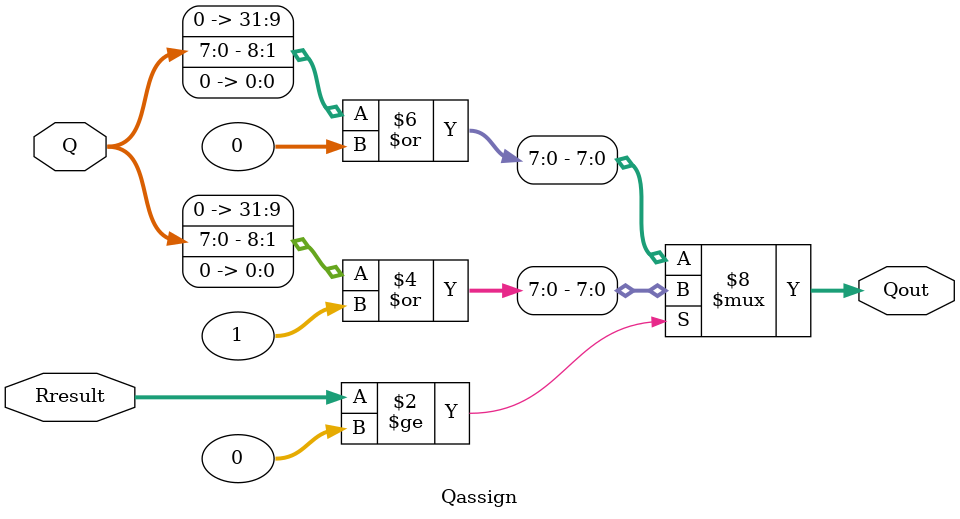
<source format=sv>
module Qassign #(
parameter DW = 16,
parameter DW_2 = 8
) (
input logic [DW_2-1:0] Rresult,
input logic [DW_2-1:0] Q,
output logic [DW_2-1:0] Qout

);


always@(Rresult) begin

	if(Rresult >= 0)
		Qout = (Q << 1) | 1;
	else
		Qout = (Q << 1) | 0;
end


endmodule
</source>
